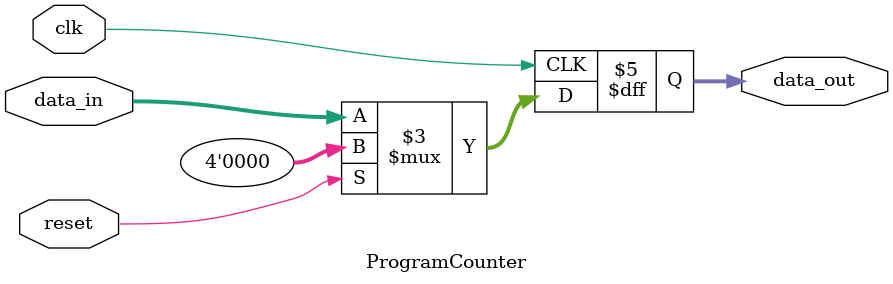
<source format=v>
module ProgramCounter(
    input clk, reset,
    input [3:0] data_in, // 1 byte == 4 bits 
    output reg [3:0] data_out
);

always @(posedge clk)begin
    if(reset)begin
        data_out <= 4'b0000; // reset do registrador PC
    end else begin
        data_out <= data_in; // Atibuicao do endereco da proxima instrucao
    end
end

endmodule
</source>
